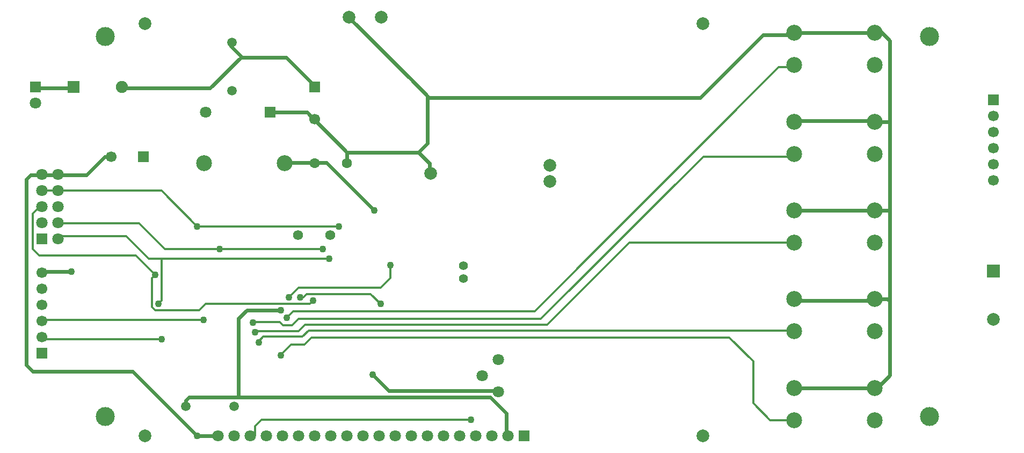
<source format=gtl>
%FSLAX43Y43*%
%MOMM*%
G71*
G01*
G75*
G04 Layer_Physical_Order=1*
G04 Layer_Color=255*
%ADD10C,0.348*%
%ADD11C,0.599*%
%ADD12C,0.350*%
%ADD13C,0.600*%
%ADD14C,2.000*%
%ADD15C,2.500*%
%ADD16C,1.800*%
%ADD17R,1.800X1.800*%
%ADD18C,3.000*%
%ADD19R,1.700X1.700*%
%ADD20C,1.700*%
%ADD21C,1.600*%
%ADD22R,1.900X1.900*%
%ADD23C,1.900*%
%ADD24R,1.700X1.700*%
%ADD25R,1.800X1.800*%
%ADD26R,2.000X2.000*%
%ADD27C,1.500*%
%ADD28C,1.400*%
%ADD29C,1.575*%
%ADD30C,1.100*%
%ADD31C,1.100*%
D10*
X121350Y55460D02*
X121350Y55460D01*
Y55428D02*
Y55460D01*
Y55428D02*
X121359D01*
X121664Y55733D01*
X121461Y55936D02*
X121664Y55733D01*
X121350Y-540D02*
Y-452D01*
X108650Y-540D02*
Y-452D01*
X-10000Y12248D02*
X8888D01*
X-10000D02*
Y12540D01*
Y15296D02*
X15492D01*
X-10000Y15080D02*
Y15296D01*
X28929Y18852D02*
X30453Y20376D01*
X43432D01*
X44956Y21900D01*
Y23932D01*
X108456Y27460D02*
X108650D01*
X-10000Y33080D02*
X-10000Y33080D01*
Y33076D02*
Y33080D01*
X-10416Y33076D02*
X-10000D01*
X-11432Y32060D02*
X-10416Y33076D01*
X-11432Y26472D02*
Y32060D01*
Y26472D02*
X-10416Y25456D01*
X4824D01*
X7872Y22408D01*
X41857Y19360D02*
X43407Y17811D01*
X31748Y19360D02*
X41857D01*
X31240Y18852D02*
X31748Y19360D01*
X30732Y18852D02*
X31240D01*
X22820Y-3000D02*
Y-2992D01*
X23620D01*
Y-1468D01*
X24636Y-452D01*
X57656D01*
X32256Y17836D02*
X32764Y18344D01*
X7364Y17328D02*
X7872Y16820D01*
X7364Y17328D02*
Y21900D01*
X7872Y22408D01*
X3300Y28504D02*
X6856Y24948D01*
X-7460Y28504D02*
X3300D01*
X-7460Y28000D02*
Y28504D01*
X8380Y17836D02*
X8888Y18344D01*
X14476Y30028D02*
X36828D01*
X-10000Y35620D02*
X-9908D01*
X-7460Y30540D02*
X-7460Y30540D01*
Y30536D02*
Y30540D01*
Y30536D02*
X5332D01*
X9396Y26472D01*
X18032D02*
X34288D01*
X19556Y58984D02*
Y59000D01*
X2620Y52000D02*
X2620Y52000D01*
X2284Y52000D02*
X2620D01*
X2284D02*
Y52024D01*
X108650Y13460D02*
X108650Y13460D01*
Y13772D02*
X109472D01*
X108964Y41204D02*
Y41460D01*
X108650D02*
X108964D01*
X6856Y24948D02*
X8888D01*
X35304D01*
X8888Y18344D02*
Y24948D01*
X108456Y55460D02*
X108650D01*
X108456D02*
Y55936D01*
X9396Y26472D02*
X13968D01*
X33000Y52000D02*
Y52200D01*
X19556Y59000D02*
X20000D01*
X7872Y16820D02*
X14400D01*
X28900Y17836D02*
X32256D01*
X108456Y54920D02*
Y55460D01*
X108650Y13460D02*
Y13772D01*
D11*
X108650Y4540D02*
X108650Y4540D01*
X108964D01*
Y4552D01*
X108888Y4628D02*
X108964Y4552D01*
X65784Y-3000D02*
Y-2992D01*
Y-3000D02*
X66000D01*
X121350Y18540D02*
X121350Y18540D01*
Y18852D01*
X121664Y4628D02*
Y5136D01*
X121350Y4628D02*
X121664D01*
X121350Y4540D02*
Y4628D01*
X-5000Y52000D02*
X-5000Y52000D01*
X-5000Y51872D02*
Y52000D01*
X-11000Y51872D02*
X-5000D01*
X-11000D02*
Y52000D01*
X12700Y1600D02*
Y2596D01*
X13208Y3104D01*
X60704D02*
X63244Y564D01*
Y-3000D02*
Y564D01*
Y-3000D02*
X63460D01*
X108964Y32568D02*
X109472D01*
X108964Y32540D02*
Y32568D01*
X108650Y32540D02*
X108964D01*
X-12448Y8184D02*
X-11432Y7168D01*
X4316D01*
X760Y41000D02*
Y41204D01*
Y41000D02*
X920D01*
X-10000Y22408D02*
Y22700D01*
X-10416Y22408D02*
X-10000D01*
X-10416D02*
Y22662D01*
X-10162Y22916D01*
X-5336D01*
X38080Y40000D02*
Y40188D01*
X38352Y62540D02*
X38860D01*
X38352D02*
Y63000D01*
X38460D01*
X32764Y46920D02*
X33000D01*
X42162Y6660D02*
X44702Y4120D01*
X62000D01*
Y3920D02*
Y4120D01*
X4316Y7168D02*
X13819Y-2335D01*
X-12448Y8184D02*
Y33900D01*
X37446Y37538D02*
X42416Y32568D01*
X26000Y48000D02*
Y48316D01*
X38080Y40188D02*
X38200D01*
X51100Y38400D02*
X51300D01*
X13208Y3104D02*
X20000D01*
X27200D02*
X60704D01*
X108650Y46540D02*
Y46792D01*
X38860Y62540D02*
X48337Y53063D01*
D12*
X12800Y26472D02*
X18100D01*
X8884Y35620D02*
X14476Y30028D01*
X-9908Y35620D02*
X8884D01*
X14400Y16820D02*
X14800D01*
X15816Y17836D01*
X28900D01*
X28500Y15700D02*
X28600D01*
X67700Y16600D02*
X106200Y55100D01*
X108456D01*
X94300Y41000D02*
X108500D01*
X23300Y14900D02*
X27500D01*
X28000Y14400D01*
X29500D01*
X30500Y15400D01*
X68700D01*
X94300Y41000D01*
X28600Y15600D02*
X29600Y16600D01*
X67700D01*
X69700Y14500D02*
X82660Y27460D01*
X108456D01*
X23400Y13400D02*
X23500D01*
X23600Y13500D01*
X30500D02*
X31500Y14500D01*
X23600Y13500D02*
X30500D01*
X31500Y14500D02*
X69700D01*
X24100Y11800D02*
X24900Y12600D01*
X31100D01*
X32100Y13600D01*
X108650D01*
X27600Y9700D02*
X29300Y11400D01*
X31400D01*
X32500Y12500D01*
X98400D01*
X102200Y8700D01*
Y2100D02*
X104840Y-540D01*
X108650D01*
X102200Y2100D02*
Y8700D01*
D13*
X13819Y-2335D02*
X14484Y-3000D01*
X17740D01*
X-100Y41000D02*
X760D01*
X-3000Y38100D02*
X-100Y41000D01*
X-12448Y37452D02*
X-11800Y38100D01*
X-12448Y33900D02*
Y37452D01*
X-11800Y38100D02*
X-3000D01*
X2400Y51800D02*
X16500D01*
X21400Y56700D01*
X28500D02*
X33000Y52200D01*
X19800Y58400D02*
X21400Y56800D01*
Y56700D02*
Y56800D01*
X19800Y58400D02*
Y59100D01*
X21400Y56700D02*
X28500D01*
X34884Y40100D02*
X37446Y37538D01*
X28200Y40100D02*
X34884D01*
X25800Y48000D02*
X31800D01*
X38300Y41700D02*
X49390D01*
X38200Y39900D02*
Y40188D01*
X51100Y38400D02*
Y39990D01*
X38080Y40000D02*
Y41480D01*
X49390Y41700D02*
X51100Y39990D01*
X49390Y41700D02*
X50800Y43110D01*
X21000Y15500D02*
X22320Y16820D01*
X27684D01*
X21000Y3104D02*
Y15500D01*
X20000Y3104D02*
X27200D01*
X120700Y4200D02*
X121200D01*
X121350Y4628D02*
X121828D01*
X123700Y6500D01*
X122400Y60600D02*
X123700Y59300D01*
X121500Y60600D02*
X122400D01*
X121350Y46540D02*
X123660D01*
X121350Y32568D02*
X123532D01*
X121350Y18540D02*
X123360D01*
X123400Y18500D01*
X121190Y46700D02*
X121350Y46540D01*
X108650Y46700D02*
X121190D01*
X123660Y46540D02*
X123700Y46500D01*
Y6500D02*
Y59300D01*
X108650Y60540D02*
X120840D01*
X120900Y60600D01*
X108650Y32540D02*
X121260D01*
X121400Y32400D01*
X108454Y18344D02*
X121444D01*
X121400Y18388D02*
X121444Y18344D01*
X108650Y4540D02*
X121260D01*
X121200Y4480D02*
X121260Y4540D01*
X103700Y60200D02*
X108800D01*
X93800Y50300D02*
X103700Y60200D01*
X48337Y53063D02*
X50800Y50600D01*
Y50300D02*
X93800D01*
X38080Y41480D02*
X38300Y41700D01*
X31800Y48000D02*
X38200Y41600D01*
X50800Y43110D02*
Y50600D01*
D14*
X6240Y-3040D02*
D03*
X94240D02*
D03*
X6240Y61960D02*
D03*
X94240D02*
D03*
X70100Y37130D02*
D03*
X70100Y39670D02*
D03*
X51300Y38400D02*
D03*
X140000Y15380D02*
D03*
X43540Y63000D02*
D03*
X38460D02*
D03*
D15*
X108650Y41460D02*
D03*
X121350D02*
D03*
X108650Y27460D02*
D03*
X121350Y27460D02*
D03*
X108650Y13460D02*
D03*
X121350Y13460D02*
D03*
X108650Y-540D02*
D03*
X121350Y-540D02*
D03*
X108650Y46540D02*
D03*
X121350Y46540D02*
D03*
X108650Y32540D02*
D03*
X121350D02*
D03*
X108650Y18540D02*
D03*
X121350D02*
D03*
X108650Y4540D02*
D03*
X121350D02*
D03*
X28300Y40000D02*
D03*
X15600D02*
D03*
X121350Y60540D02*
D03*
X108650Y60540D02*
D03*
X121350Y55460D02*
D03*
X108650D02*
D03*
D16*
X30440Y-3000D02*
D03*
X27900D02*
D03*
X50760D02*
D03*
X48220D02*
D03*
X45680D02*
D03*
X43140D02*
D03*
X40600D02*
D03*
X38060D02*
D03*
X35520D02*
D03*
X32980D02*
D03*
X58380D02*
D03*
X53300D02*
D03*
X17740D02*
D03*
X20280D02*
D03*
X25360D02*
D03*
X55840D02*
D03*
X63460D02*
D03*
X22820D02*
D03*
X60920D02*
D03*
X62000Y9000D02*
D03*
X59460Y6460D02*
D03*
X62000Y3920D02*
D03*
X15840Y48000D02*
D03*
X-11000Y49460D02*
D03*
X-7460Y33080D02*
D03*
X-10000Y33080D02*
D03*
X-7460Y28000D02*
D03*
Y35620D02*
D03*
X-10000D02*
D03*
X-7460Y30540D02*
D03*
X-10000D02*
D03*
X-10000Y38160D02*
D03*
X-7460Y38160D02*
D03*
D17*
X66000Y-3000D02*
D03*
X26000Y48000D02*
D03*
D18*
X0Y0D02*
D03*
Y60000D02*
D03*
X130000D02*
D03*
Y0D02*
D03*
D19*
X6000Y41000D02*
D03*
D20*
X920D02*
D03*
X140000Y47460D02*
D03*
X140000Y44920D02*
D03*
Y42380D02*
D03*
Y39840D02*
D03*
Y37300D02*
D03*
X-10000Y15080D02*
D03*
Y20160D02*
D03*
Y17620D02*
D03*
Y12540D02*
D03*
Y22700D02*
D03*
X33000Y46920D02*
D03*
D21*
Y40000D02*
D03*
X38080D02*
D03*
D22*
X-5000Y52000D02*
D03*
D23*
X2620Y52000D02*
D03*
D24*
X140000Y50000D02*
D03*
X-10000Y10000D02*
D03*
X33000Y52000D02*
D03*
D25*
X-11000Y52000D02*
D03*
X-10000Y28000D02*
D03*
D26*
X140000Y23000D02*
D03*
D27*
X20000Y59000D02*
D03*
X20000Y51380D02*
D03*
X12700Y1600D02*
D03*
X20320D02*
D03*
D28*
X56500Y21800D02*
D03*
Y23800D02*
D03*
D29*
X35480Y28600D02*
D03*
X30400D02*
D03*
D30*
X14476Y-2992D02*
D03*
X8888Y12248D02*
D03*
X15492Y15296D02*
D03*
X28929Y18852D02*
D03*
X44956Y23932D02*
D03*
X7872Y22408D02*
D03*
X43407Y17811D02*
D03*
X30732Y18852D02*
D03*
X42416Y32568D02*
D03*
X57656Y-452D02*
D03*
X27684Y16820D02*
D03*
X32764Y18344D02*
D03*
X35304Y24948D02*
D03*
X8380Y17836D02*
D03*
X36828Y30028D02*
D03*
X34288Y26472D02*
D03*
X-5336Y22916D02*
D03*
X42162Y6660D02*
D03*
X27684Y9708D02*
D03*
D31*
X14476Y30028D02*
D03*
X18032Y26472D02*
D03*
X23300Y14800D02*
D03*
X23600Y13300D02*
D03*
X24200Y11700D02*
D03*
X28600Y15600D02*
D03*
M02*

</source>
